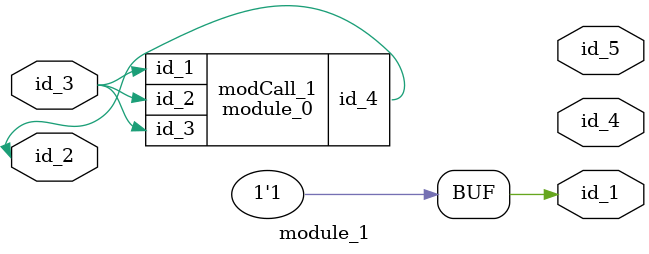
<source format=v>
module module_0 (
    id_1,
    id_2,
    id_3,
    id_4
);
  inout wire id_4;
  input wire id_3;
  input wire id_2;
  input wire id_1;
  wire id_5, id_6;
  integer id_7;
  assign id_4 = id_1;
  wire id_8;
endmodule
module module_1 (
    id_1,
    id_2,
    id_3,
    id_4,
    id_5
);
  output wire id_5;
  output wire id_4;
  inout wire id_3;
  inout wire id_2;
  output wire id_1;
  assign id_1 = 1 || 1;
  module_0 modCall_1 (
      id_3,
      id_3,
      id_3,
      id_2
  );
endmodule

</source>
